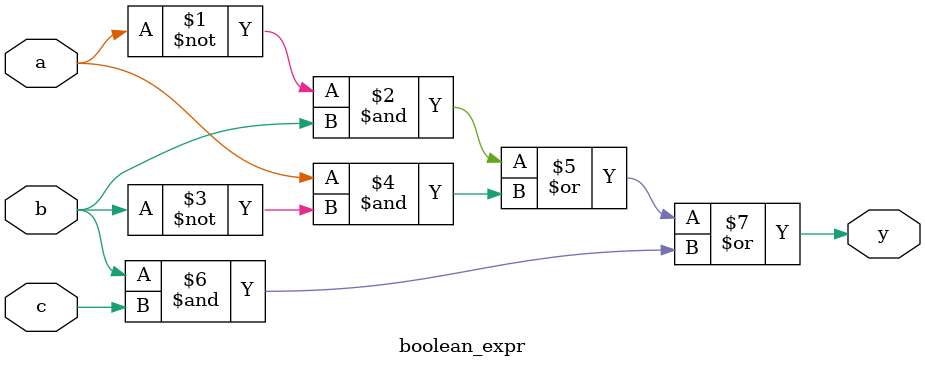
<source format=v>
module boolean_expr(
    
    input  wire a,
    input  wire b,
    input  wire c,
    output wire y
);
    assign y = (~a & b) | (a & ~b) | (b & c);
endmodule



</source>
